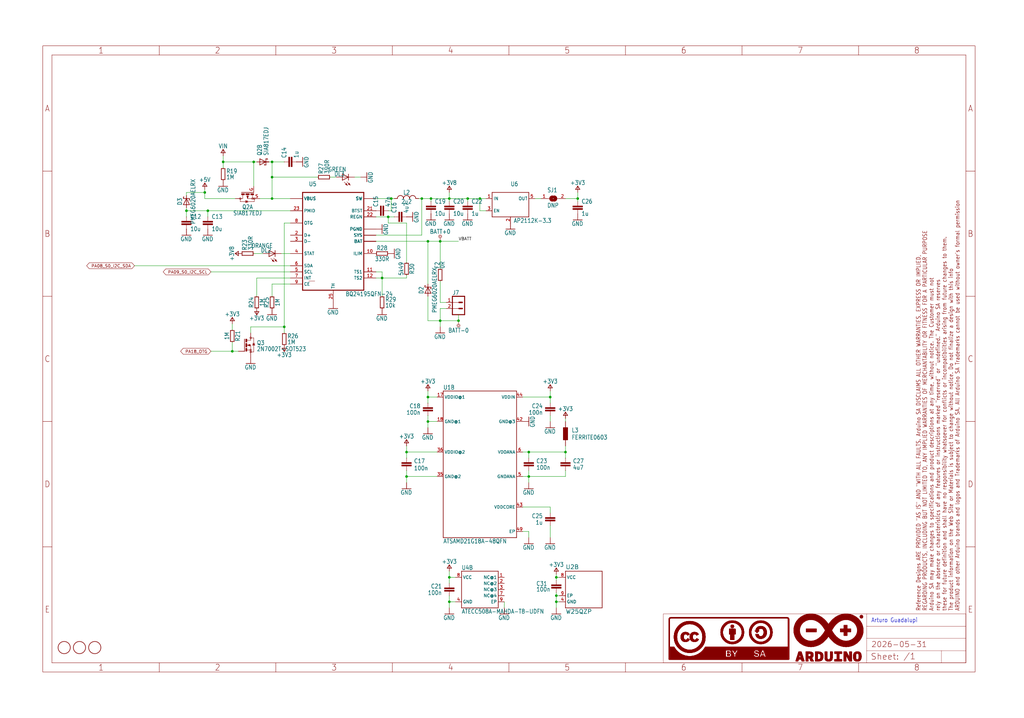
<source format=kicad_sch>
(kicad_sch (version 20231120) (generator "eeschema") (generator_version "8.0")
  (paper "User" 425.45 298.602)
  (lib_symbols
    (symbol "arduino_mkr_wan_1310_kicad-eagle-import:+3V3" (power)
      (symbol "+3V3_1_0"
        (pin power_in line (at 0 -2.54 90) (length 2.54) (name "+3V3") (number "1"))
      )
    )
    (symbol "arduino_mkr_wan_1310_kicad-eagle-import:+3V8" (power)
      (symbol "+3V8_1_0"
        (pin power_in line (at 0 -2.54 90) (length 2.54) (name "+3V8") (number "1"))
      )
    )
    (symbol "arduino_mkr_wan_1310_kicad-eagle-import:+5V" (power)
      (symbol "+5V_1_0"
        (pin power_in line (at 0 -2.54 90) (length 2.54) (name "+5V") (number "1"))
      )
    )
    (symbol "arduino_mkr_wan_1310_kicad-eagle-import:2N7002T-SOT523"
      (property "Reference" "Q" (at 2.54 0 0))
      (symbol "2N7002T-SOT523_1_0"
        (pin passive line (at 0 5.08 270) (length 2.54) (name "D") (number "D"))
        (pin passive line (at -5.08 -2.54 0) (length 2.54) (name "G") (number "G"))
        (pin passive line (at 0 -5.08 90) (length 2.54) (name "S") (number "S"))
      )
    )
    (symbol "arduino_mkr_wan_1310_kicad-eagle-import:A3-FRAME"
      (symbol "A3-FRAME_1_0"
        (text "${#}/${##}" (at 357.505 5.08 0) (effects (font (size 2.54 2.54)) (justify left bottom)))
        (text "${CURRENT_DATE}" (at 344.17 10.16 0) (effects (font (size 2.286 2.286)) (justify left bottom)))
        (text "${PROJECTNAME}" (at 344.17 15.24 0) (effects (font (size 2.54 2.54)) (justify left bottom)))
        (text "1" (at 24.2094 1.905 0) (effects (font (size 2.54 2.286))))
        (text "1" (at 24.2094 258.445 0) (effects (font (size 2.54 2.286))))
        (text "2" (at 72.6281 1.905 0) (effects (font (size 2.54 2.286))))
        (text "2" (at 72.6281 258.445 0) (effects (font (size 2.54 2.286))))
        (text "3" (at 121.0469 1.905 0) (effects (font (size 2.54 2.286))))
        (text "3" (at 121.0469 258.445 0) (effects (font (size 2.54 2.286))))
        (text "4" (at 169.4656 1.905 0) (effects (font (size 2.54 2.286))))
        (text "4" (at 169.4656 258.445 0) (effects (font (size 2.54 2.286))))
        (text "5" (at 217.8844 1.905 0) (effects (font (size 2.54 2.286))))
        (text "5" (at 217.8844 258.445 0) (effects (font (size 2.54 2.286))))
        (text "6" (at 266.3031 1.905 0) (effects (font (size 2.54 2.286))))
        (text "6" (at 266.3031 258.445 0) (effects (font (size 2.54 2.286))))
        (text "7" (at 314.7219 1.905 0) (effects (font (size 2.54 2.286))))
        (text "7" (at 314.7219 258.445 0) (effects (font (size 2.54 2.286))))
        (text "8" (at 363.1406 1.905 0) (effects (font (size 2.54 2.286))))
        (text "8" (at 363.1406 258.445 0) (effects (font (size 2.54 2.286))))
        (text "A" (at 1.905 234.315 0) (effects (font (size 2.54 2.286))))
        (text "A" (at 385.445 234.315 0) (effects (font (size 2.54 2.286))))
        (text "B" (at 1.905 182.245 0) (effects (font (size 2.54 2.286))))
        (text "B" (at 385.445 182.245 0) (effects (font (size 2.54 2.286))))
        (text "C" (at 1.905 130.175 0) (effects (font (size 2.54 2.286))))
        (text "C" (at 385.445 130.175 0) (effects (font (size 2.54 2.286))))
        (text "D" (at 1.905 78.105 0) (effects (font (size 2.54 2.286))))
        (text "D" (at 385.445 78.105 0) (effects (font (size 2.54 2.286))))
        (text "E" (at 1.905 26.035 0) (effects (font (size 2.54 2.286))))
        (text "E" (at 385.445 26.035 0) (effects (font (size 2.54 2.286))))
        (text "Reference Designs ARE PROVIDED \"AS IS\" AND \"WITH ALL FAULTS. Arduino SA DISCLAIMS ALL OTHER WARRANTIES, EXPRESS OR IMPLIED,\nREGARDING PRODUCTS, INCLUDING BUT NOT LIMITED TO, ANY IMPLIED WARRANTIES OF MERCHANTABILITY OR FITNESS FOR A PARTICULAR PURPOSE\nArduino SA may make changes to specifications and product descriptions at any time, without notice. The Customer must not\nrely on the absence or characteristics of any features or instructions marked \"reserved\" or \"undefined.\" Arduino SA reserves\nthese for future definition and shall have no responsibility whatsoever for conflicts or incompatibilities arising from future changes to them.\nThe product information on the Web Site or Materials is subject to change without notice. Do not finalize a design with this info\nARDUINO and other Arduino brands and logos and Trademarks of Arduino SA. All Arduino SA Trademarks cannot be used without owner's formal permission" (at 381 25.4 900) (effects (font (size 1.6764 1.4249)) (justify left bottom)))
        (text "Sheet:" (at 343.916 4.953 0) (effects (font (size 2.54 2.54)) (justify left bottom)))
      )
    )
    (symbol "arduino_mkr_wan_1310_kicad-eagle-import:AP2112K-3.3"
      (property "Reference" "U" (at 0 7.62 0))
      (symbol "AP2112K-3.3_1_0"
        (pin power_in line (at -10.16 2.54 0) (length 2.54) (name "IN") (number "1"))
        (pin power_in line (at 0 -7.62 90) (length 2.54) (name "GND/ADJ") (number "2"))
        (pin input line (at -10.16 -2.54 0) (length 2.54) (name "EN") (number "3"))
        (pin power_in line (at 10.16 2.54 180) (length 2.54) (name "OUT") (number "5"))
      )
    )
    (symbol "arduino_mkr_wan_1310_kicad-eagle-import:ATECC508A-MAHDA-T8-UDFN"
      (property "Reference" "U" (at -7.62 8.128 0))
      (symbol "ATECC508A-MAHDA-T8-UDFN_1_0"
        (pin bidirectional line (at -10.16 0 0) (length 2.54) (name "SDA") (number "5"))
        (pin input line (at -10.16 2.54 0) (length 2.54) (name "SCL") (number "6"))
      )
      (symbol "ATECC508A-MAHDA-T8-UDFN_2_0"
        (pin bidirectional line (at 10.16 5.08 180) (length 2.54) (name "NC@1") (number "1"))
        (pin bidirectional line (at 10.16 2.54 180) (length 2.54) (name "NC@2") (number "2"))
        (pin bidirectional line (at 10.16 0 180) (length 2.54) (name "NC@3") (number "3"))
        (pin power_in line (at -10.16 -5.08 0) (length 2.54) (name "GND") (number "4"))
        (pin bidirectional line (at 10.16 -2.54 180) (length 2.54) (name "NC@4") (number "7"))
        (pin power_in line (at -10.16 5.08 0) (length 2.54) (name "VCC") (number "8"))
        (pin passive line (at 10.16 -5.08 180) (length 2.54) (name "EP") (number "9"))
      )
    )
    (symbol "arduino_mkr_wan_1310_kicad-eagle-import:ATSAMD21G18A-48QFN"
      (property "Reference" "U" (at -15.24 30.988 0))
      (symbol "ATSAMD21G18A-48QFN_1_0"
        (pin bidirectional line (at -25.4 17.78 0) (length 2.54) (name "PA00/XIN32") (number "1"))
        (pin bidirectional line (at 25.4 -30.48 180) (length 2.54) (name "PA05") (number "10"))
        (pin bidirectional line (at 25.4 -33.02 180) (length 2.54) (name "PA06") (number "11"))
        (pin bidirectional line (at 25.4 -35.56 180) (length 2.54) (name "PA07") (number "12"))
        (pin bidirectional line (at 25.4 -38.1 180) (length 2.54) (name "PA08") (number "13"))
        (pin bidirectional line (at 25.4 -40.64 180) (length 2.54) (name "PA09") (number "14"))
        (pin bidirectional line (at 25.4 -43.18 180) (length 2.54) (name "PA10") (number "15"))
        (pin bidirectional line (at 25.4 -45.72 180) (length 2.54) (name "PA11") (number "16"))
        (pin bidirectional line (at 25.4 -71.12 180) (length 2.54) (name "PB10") (number "19"))
        (pin bidirectional line (at -25.4 7.62 0) (length 2.54) (name "PA01/XOUT32") (number "2"))
        (pin bidirectional line (at 25.4 -73.66 180) (length 2.54) (name "PB11") (number "20"))
        (pin bidirectional line (at 25.4 76.2 180) (length 2.54) (name "PA12") (number "21"))
        (pin bidirectional line (at 25.4 81.28 180) (length 2.54) (name "PA13") (number "22"))
        (pin bidirectional line (at 25.4 73.66 180) (length 2.54) (name "PA14") (number "23"))
        (pin bidirectional line (at 25.4 78.74 180) (length 2.54) (name "PA15") (number "24"))
        (pin bidirectional line (at 25.4 -48.26 180) (length 2.54) (name "PA16") (number "25"))
        (pin bidirectional line (at 25.4 -50.8 180) (length 2.54) (name "PA17") (number "26"))
        (pin bidirectional line (at -25.4 76.2 0) (length 2.54) (name "PA18") (number "27"))
        (pin bidirectional line (at 25.4 -53.34 180) (length 2.54) (name "PA19") (number "28"))
        (pin bidirectional line (at 25.4 -55.88 180) (length 2.54) (name "PA20") (number "29"))
        (pin bidirectional line (at 25.4 -25.4 180) (length 2.54) (name "PA02") (number "3"))
        (pin bidirectional line (at 25.4 -58.42 180) (length 2.54) (name "PA21") (number "30"))
        (pin bidirectional line (at 25.4 -60.96 180) (length 2.54) (name "PA22") (number "31"))
        (pin bidirectional line (at 25.4 -63.5 180) (length 2.54) (name "PA23") (number "32"))
        (pin bidirectional line (at -25.4 81.28 0) (length 2.54) (name "PA24/USB_DM") (number "33"))
        (pin bidirectional line (at -25.4 78.74 0) (length 2.54) (name "PA25/USB_DP") (number "34"))
        (pin bidirectional line (at 25.4 -76.2 180) (length 2.54) (name "PB22") (number "37"))
        (pin bidirectional line (at 25.4 -78.74 180) (length 2.54) (name "PB23") (number "38"))
        (pin bidirectional line (at 25.4 68.58 180) (length 2.54) (name "PA27") (number "39"))
        (pin bidirectional line (at 25.4 -81.28 180) (length 2.54) (name "PA03") (number "4"))
        (pin bidirectional line (at -25.4 -58.42 0) (length 2.54) (name "RESETN") (number "40"))
        (pin bidirectional line (at 25.4 66.04 180) (length 2.54) (name "PA28") (number "41"))
        (pin bidirectional line (at -25.4 -50.8 0) (length 2.54) (name "PA30/SWCLK") (number "45"))
        (pin bidirectional line (at -25.4 -48.26 0) (length 2.54) (name "PA31/SWDIO") (number "46"))
        (pin bidirectional line (at 25.4 -66.04 180) (length 2.54) (name "PB02") (number "47"))
        (pin bidirectional line (at 25.4 -68.58 180) (length 2.54) (name "PB03") (number "48"))
        (pin bidirectional line (at 25.4 17.78 180) (length 2.54) (name "PB08") (number "7"))
        (pin bidirectional line (at 25.4 63.5 180) (length 2.54) (name "PB09") (number "8"))
        (pin bidirectional line (at 25.4 -27.94 180) (length 2.54) (name "PA04") (number "9"))
      )
      (symbol "ATSAMD21G18A-48QFN_2_0"
        (pin power_in line (at -17.78 27.94 0) (length 2.54) (name "VDDIO@1") (number "17"))
        (pin power_in line (at -17.78 17.78 0) (length 2.54) (name "GND@1") (number "18"))
        (pin power_in line (at -17.78 -5.08 0) (length 2.54) (name "GND@2") (number "35"))
        (pin power_in line (at -17.78 5.08 0) (length 2.54) (name "VDDIO@2") (number "36"))
        (pin power_in line (at 17.78 17.78 180) (length 2.54) (name "GND@3") (number "42"))
        (pin power_in line (at 17.78 -17.78 180) (length 2.54) (name "VDDCORE") (number "43"))
        (pin power_in line (at 17.78 27.94 180) (length 2.54) (name "VDDIN") (number "44"))
        (pin passive line (at 17.78 -27.94 180) (length 2.54) (name "EP") (number "49"))
        (pin power_in line (at 17.78 -5.08 180) (length 2.54) (name "GNDANA") (number "5"))
        (pin power_in line (at 17.78 5.08 180) (length 2.54) (name "VDDANA") (number "6"))
      )
    )
    (symbol "arduino_mkr_wan_1310_kicad-eagle-import:Arduino-supply_GND" (power)
      (symbol "Arduino-supply_GND_1_0"
        (pin power_in line (at 0 2.54 270) (length 2.54) (name "GND") (number "1"))
      )
    )
    (symbol "arduino_mkr_wan_1310_kicad-eagle-import:BATTERY"
      (property "Reference" "J" (at -2.54 3.048 0))
      (symbol "BATTERY_1_0"
        (pin passive line (at -5.08 0 0) (length 2.54) (name "1") (number "1"))
        (pin passive line (at -5.08 -2.54 0) (length 2.54) (name "2") (number "2"))
        (pin passive line (at 0 -5.08 0) (length 0) (name "SH") (number "3"))
        (pin passive line (at 0 -5.08 0) (length 0) (name "SH") (number "4"))
      )
    )
    (symbol "arduino_mkr_wan_1310_kicad-eagle-import:BQ24195QFN-24"
      (property "Reference" "U" (at -10.16 22.86 0))
      (symbol "BQ24195QFN-24_1_0"
        (pin bidirectional line (at -17.78 17.78 0) (length 5.08) (name "VBUS") (number "1"))
        (pin bidirectional line (at 17.78 -5.08 180) (length 5.08) (name "ILIM") (number "10"))
        (pin bidirectional line (at 17.78 -12.7 180) (length 5.08) (name "TS1") (number "11"))
        (pin bidirectional line (at 17.78 -15.24 180) (length 5.08) (name "TS2") (number "12"))
        (pin bidirectional line (at 17.78 0 180) (length 5.08) (name "BAT") (number "13"))
        (pin bidirectional line (at 17.78 0 180) (length 5.08) (name "BAT") (number "14"))
        (pin bidirectional line (at 17.78 2.54 180) (length 5.08) (name "SYS") (number "15"))
        (pin bidirectional line (at 17.78 2.54 180) (length 5.08) (name "SYS") (number "16"))
        (pin bidirectional line (at 17.78 5.08 180) (length 5.08) (name "PGND") (number "17"))
        (pin bidirectional line (at 17.78 5.08 180) (length 5.08) (name "PGND") (number "18"))
        (pin bidirectional line (at 17.78 17.78 180) (length 5.08) (name "SW") (number "19"))
        (pin bidirectional line (at -17.78 2.54 0) (length 5.08) (name "D+") (number "2"))
        (pin bidirectional line (at 17.78 17.78 180) (length 5.08) (name "SW") (number "20"))
        (pin bidirectional line (at 17.78 12.7 180) (length 5.08) (name "BTST") (number "21"))
        (pin bidirectional line (at 17.78 10.16 180) (length 5.08) (name "REGN") (number "22"))
        (pin bidirectional line (at -17.78 12.7 0) (length 5.08) (name "PMID") (number "23"))
        (pin bidirectional line (at -17.78 17.78 0) (length 5.08) (name "VBUS") (number "24"))
        (pin bidirectional line (at 0 -25.4 90) (length 5.08) (name "TH") (number "25"))
        (pin bidirectional line (at -17.78 0 0) (length 5.08) (name "D-") (number "3"))
        (pin bidirectional line (at -17.78 -5.08 0) (length 5.08) (name "STAT") (number "4"))
        (pin bidirectional line (at -17.78 -12.7 0) (length 5.08) (name "SCL") (number "5"))
        (pin bidirectional line (at -17.78 -10.16 0) (length 5.08) (name "SDA") (number "6"))
        (pin bidirectional line (at -17.78 -15.24 0) (length 5.08) (name "INT") (number "7"))
        (pin bidirectional line (at -17.78 7.62 0) (length 5.08) (name "OTG") (number "8"))
        (pin bidirectional line (at -17.78 -17.78 0) (length 5.08) (name "CE") (number "9"))
      )
    )
    (symbol "arduino_mkr_wan_1310_kicad-eagle-import:C-0402"
      (property "Reference" "C" (at 1.524 1.651 0))
      (symbol "C-0402_1_0"
        (pin passive line (at 0 2.54 270) (length 0) (name "1") (number "1"))
        (pin passive line (at 0 -2.54 90) (length 0) (name "2") (number "2"))
      )
    )
    (symbol "arduino_mkr_wan_1310_kicad-eagle-import:C-0603"
      (property "Reference" "C" (at 1.524 1.651 0))
      (symbol "C-0603_1_0"
        (pin passive line (at 0 2.54 270) (length 0) (name "1") (number "1"))
        (pin passive line (at 0 -2.54 90) (length 0) (name "2") (number "2"))
      )
    )
    (symbol "arduino_mkr_wan_1310_kicad-eagle-import:FERRITE0603"
      (property "Reference" "L" (at 0 1.27 0))
      (symbol "FERRITE0603_1_0"
        (pin passive line (at -5.08 0 0) (length 2.54) (name "1") (number "1"))
        (pin passive line (at 5.08 0 180) (length 2.54) (name "2") (number "2"))
      )
    )
    (symbol "arduino_mkr_wan_1310_kicad-eagle-import:FIDUCIAL-1.5MM")
    (symbol "arduino_mkr_wan_1310_kicad-eagle-import:GND" (power)
      (symbol "GND_1_0"
        (pin power_in line (at 0 2.54 270) (length 2.54) (name "GND") (number "1"))
      )
    )
    (symbol "arduino_mkr_wan_1310_kicad-eagle-import:LED-0603"
      (property "Reference" "DL" (at 3.556 -4.572 90))
      (symbol "LED-0603_1_0"
        (pin passive line (at 0 2.54 270) (length 2.54) (name "A") (number "A"))
        (pin passive line (at 0 -5.08 90) (length 2.54) (name "C") (number "C"))
      )
    )
    (symbol "arduino_mkr_wan_1310_kicad-eagle-import:LSRP"
      (property "Reference" "L" (at 0 2.54 0))
      (symbol "LSRP_1_0"
        (pin passive line (at -5.08 0 0) (length 0) (name "1") (number "1"))
        (pin passive line (at 5.08 0 180) (length 0) (name "2") (number "2"))
      )
    )
    (symbol "arduino_mkr_wan_1310_kicad-eagle-import:PMEG6020AELRX"
      (property "Reference" "D" (at 0 1.778 0))
      (symbol "PMEG6020AELRX_1_0"
        (pin passive line (at -2.54 0 0) (length 2.54) (name "A") (number "A"))
        (pin passive line (at 2.54 0 180) (length 2.54) (name "C") (number "C"))
      )
    )
    (symbol "arduino_mkr_wan_1310_kicad-eagle-import:R-0402"
      (property "Reference" "R" (at 0 1.27 0))
      (symbol "R-0402_1_0"
        (pin passive line (at -2.54 0 0) (length 0) (name "1") (number "1"))
        (pin passive line (at 2.54 0 180) (length 0) (name "2") (number "2"))
      )
    )
    (symbol "arduino_mkr_wan_1310_kicad-eagle-import:R-0603"
      (property "Reference" "R" (at 0 1.27 0))
      (symbol "R-0603_1_0"
        (pin passive line (at -2.54 0 0) (length 0) (name "1") (number "1"))
        (pin passive line (at 2.54 0 180) (length 0) (name "2") (number "2"))
      )
    )
    (symbol "arduino_mkr_wan_1310_kicad-eagle-import:SIA817EDJ"
      (property "Reference" "Q" (at 0 1.778 0))
      (symbol "SIA817EDJ_1_0"
        (pin passive line (at 0 -5.08 90) (length 2.54) (name "D") (number "D"))
        (pin passive line (at 0 -5.08 90) (length 2.54) (name "D") (number "D2"))
        (pin passive line (at -5.08 2.54 0) (length 2.54) (name "G") (number "G"))
        (pin passive line (at 0 5.08 270) (length 2.54) (name "S") (number "S"))
      )
      (symbol "SIA817EDJ_2_0"
        (pin passive line (at -2.54 0 0) (length 2.54) (name "A") (number "A"))
        (pin passive line (at 2.54 0 180) (length 2.54) (name "C") (number "K"))
        (pin passive line (at 2.54 0 180) (length 2.54) (name "C") (number "K2"))
      )
    )
    (symbol "arduino_mkr_wan_1310_kicad-eagle-import:SJ"
      (property "Reference" "SJ" (at -2.54 2.54 0))
      (symbol "SJ_1_0"
        (pin passive line (at -5.08 0 0) (length 2.54) (name "1") (number "1"))
        (pin passive line (at 5.08 0 180) (length 2.54) (name "2") (number "2"))
      )
    )
    (symbol "arduino_mkr_wan_1310_kicad-eagle-import:TPTP-1.00MM"
      (property "Reference" "TP" (at 0 0.508 0))
      (symbol "TPTP-1.00MM_1_0"
        (pin passive line (at 0 -2.54 90) (length 0) (name "P$1") (number "X"))
      )
    )
    (symbol "arduino_mkr_wan_1310_kicad-eagle-import:VIN" (power)
      (symbol "VIN_1_0"
        (pin power_in line (at 0 -2.54 90) (length 2.54) (name "VIN") (number "1"))
      )
    )
    (symbol "arduino_mkr_wan_1310_kicad-eagle-import:W25QZP"
      (property "Reference" "U" (at -7.62 8.3566 0))
      (symbol "W25QZP_1_0"
        (pin input line (at -12.7 5.08 0) (length 2.54) (name "/CS") (number "1"))
        (pin tri_state line (at -12.7 -2.54 0) (length 2.54) (name "DO") (number "2"))
        (pin input line (at -12.7 -5.08 0) (length 2.54) (name "/WP") (number "3"))
        (pin input line (at -12.7 0 0) (length 2.54) (name "DI") (number "5"))
        (pin input line (at -12.7 2.54 0) (length 2.54) (name "CLK") (number "6"))
        (pin input line (at 12.7 5.08 180) (length 2.54) (name "/HOLD") (number "7"))
      )
      (symbol "W25QZP_2_0"
        (pin power_in line (at -10.16 -5.08 0) (length 2.54) (name "GND") (number "4"))
        (pin power_in line (at -10.16 5.08 0) (length 2.54) (name "VCC") (number "8"))
        (pin passive line (at -10.16 -2.54 0) (length 2.54) (name "EP") (number "9"))
      )
    )
  )
  (junction (at 85.09 80.01))
  (junction (at 190.5 133.35))
  (junction (at 105.41 67.31))
  (junction (at 231.14 240.03))
  (junction (at 118.11 135.89))
  (junction (at 240.03 82.55))
  (junction (at 179.07 82.55))
  (junction (at 113.03 73.66))
  (junction (at 231.14 247.65))
  (junction (at 168.91 198.12))
  (junction (at 194.31 82.55))
  (junction (at 96.52 146.05))
  (junction (at 113.03 67.31))
  (junction (at 182.88 100.33))
  (junction (at 177.8 165.1))
  (junction (at 77.47 87.63))
  (junction (at 234.95 187.96))
  (junction (at 219.71 198.12))
  (junction (at 175.26 82.55))
  (junction (at 228.6 165.1))
  (junction (at 186.69 240.03))
  (junction (at 92.71 67.31))
  (junction (at 161.29 90.17))
  (junction (at 86.36 87.63))
  (junction (at 168.91 187.96))
  (junction (at 186.69 82.55))
  (junction (at 113.03 82.55))
  (junction (at 177.8 175.26))
  (junction (at 182.88 133.35))
  (junction (at 231.14 250.19))
  (junction (at 177.8 100.33))
  (junction (at 162.56 82.55))
  (junction (at 158.75 115.57))
  (junction (at 199.39 82.55))
  (junction (at 219.71 187.96))
  (junction (at 186.69 250.19))
  (wire (pts (xy 181.61 175.26) (xy 177.8 175.26)) (stroke (width 0.1524)))
  (wire (pts (xy 168.91 115.57) (xy 168.91 114.3)) (stroke (width 0.1524)))
  (wire (pts (xy 161.29 92.71) (xy 168.91 92.71)) (stroke (width 0.1524)))
  (wire (pts (xy 106.68 115.57) (xy 106.68 123.19)) (stroke (width 0.1524)))
  (wire (pts (xy 177.8 123.19) (xy 177.8 133.35)) (stroke (width 0.1524)))
  (wire (pts (xy 185.42 125.73) (xy 182.88 125.73)) (stroke (width 0.1524)))
  (wire (pts (xy 217.17 198.12) (xy 219.71 198.12)) (stroke (width 0.1524)))
  (wire (pts (xy 231.14 240.03) (xy 231.14 241.3)) (stroke (width 0.1524)))
  (wire (pts (xy 181.61 187.96) (xy 168.91 187.96)) (stroke (width 0.1524)))
  (wire (pts (xy 85.09 80.01) (xy 77.47 80.01)) (stroke (width 0.1524)))
  (wire (pts (xy 156.21 113.03) (xy 158.75 113.03)) (stroke (width 0.1524)))
  (wire (pts (xy 175.26 82.55) (xy 179.07 82.55)) (stroke (width 0.1524)))
  (wire (pts (xy 228.6 223.52) (xy 228.6 218.44)) (stroke (width 0.1524)))
  (wire (pts (xy 186.69 242.57) (xy 186.69 240.03)) (stroke (width 0.1524)))
  (wire (pts (xy 92.71 69.85) (xy 92.71 67.31)) (stroke (width 0.1524)))
  (wire (pts (xy 234.95 185.42) (xy 234.95 187.96)) (stroke (width 0.1524)))
  (wire (pts (xy 163.83 90.17) (xy 161.29 90.17)) (stroke (width 0.1524)))
  (wire (pts (xy 234.95 198.12) (xy 234.95 195.58)) (stroke (width 0.1524)))
  (wire (pts (xy 177.8 100.33) (xy 182.88 100.33)) (stroke (width 0.1524)))
  (wire (pts (xy 77.47 87.63) (xy 77.47 86.36)) (stroke (width 0.1524)))
  (wire (pts (xy 177.8 175.26) (xy 177.8 172.72)) (stroke (width 0.1524)))
  (wire (pts (xy 113.03 73.66) (xy 113.03 82.55)) (stroke (width 0.1524)))
  (wire (pts (xy 228.6 162.56) (xy 228.6 165.1)) (stroke (width 0.1524)))
  (wire (pts (xy 240.03 82.55) (xy 240.03 83.82)) (stroke (width 0.1524)))
  (wire (pts (xy 105.41 105.41) (xy 109.22 105.41)) (stroke (width 0.1524)))
  (wire (pts (xy 111.76 67.31) (xy 113.03 67.31)) (stroke (width 0.1524)))
  (wire (pts (xy 118.11 135.89) (xy 118.11 138.43)) (stroke (width 0.1524)))
  (wire (pts (xy 120.65 87.63) (xy 86.36 87.63)) (stroke (width 0.1524)))
  (wire (pts (xy 219.71 187.96) (xy 217.17 187.96)) (stroke (width 0.1524)))
  (wire (pts (xy 92.71 64.77) (xy 92.71 67.31)) (stroke (width 0.1524)))
  (wire (pts (xy 86.36 90.17) (xy 86.36 87.63)) (stroke (width 0.1524)))
  (wire (pts (xy 158.75 123.19) (xy 158.75 115.57)) (stroke (width 0.1524)))
  (wire (pts (xy 77.47 87.63) (xy 77.47 90.17)) (stroke (width 0.1524)))
  (wire (pts (xy 158.75 115.57) (xy 168.91 115.57)) (stroke (width 0.1524)))
  (wire (pts (xy 113.03 67.31) (xy 118.11 67.31)) (stroke (width 0.1524)))
  (wire (pts (xy 186.69 240.03) (xy 189.23 240.03)) (stroke (width 0.1524)))
  (wire (pts (xy 85.09 82.55) (xy 97.79 82.55)) (stroke (width 0.1524)))
  (wire (pts (xy 228.6 165.1) (xy 228.6 167.64)) (stroke (width 0.1524)))
  (wire (pts (xy 219.71 198.12) (xy 234.95 198.12)) (stroke (width 0.1524)))
  (wire (pts (xy 99.06 146.05) (xy 96.52 146.05)) (stroke (width 0.1524)))
  (wire (pts (xy 106.68 67.31) (xy 105.41 67.31)) (stroke (width 0.1524)))
  (wire (pts (xy 182.88 133.35) (xy 182.88 128.27)) (stroke (width 0.1524)))
  (wire (pts (xy 231.14 250.19) (xy 231.14 252.73)) (stroke (width 0.1524)))
  (wire (pts (xy 219.71 198.12) (xy 219.71 195.58)) (stroke (width 0.1524)))
  (wire (pts (xy 105.41 67.31) (xy 92.71 67.31)) (stroke (width 0.1524)))
  (wire (pts (xy 182.88 100.33) (xy 190.5 100.33)) (stroke (width 0.1524)))
  (wire (pts (xy 161.29 90.17) (xy 156.21 90.17)) (stroke (width 0.1524)))
  (wire (pts (xy 158.75 113.03) (xy 158.75 115.57)) (stroke (width 0.1524)))
  (wire (pts (xy 231.14 238.76) (xy 231.14 240.03)) (stroke (width 0.1524)))
  (wire (pts (xy 231.14 246.38) (xy 231.14 247.65)) (stroke (width 0.1524)))
  (wire (pts (xy 217.17 220.98) (xy 219.71 220.98)) (stroke (width 0.1524)))
  (wire (pts (xy 222.25 82.55) (xy 224.79 82.55)) (stroke (width 0.1524)))
  (wire (pts (xy 120.65 113.03) (xy 87.63 113.03)) (stroke (width 0.1524)))
  (wire (pts (xy 120.65 118.11) (xy 113.03 118.11)) (stroke (width 0.1524)))
  (wire (pts (xy 118.11 92.71) (xy 118.11 135.89)) (stroke (width 0.1524)))
  (wire (pts (xy 219.71 187.96) (xy 234.95 187.96)) (stroke (width 0.1524)))
  (wire (pts (xy 116.84 105.41) (xy 120.65 105.41)) (stroke (width 0.1524)))
  (wire (pts (xy 162.56 87.63) (xy 162.56 82.55)) (stroke (width 0.1524)))
  (wire (pts (xy 186.69 82.55) (xy 194.31 82.55)) (stroke (width 0.1524)))
  (wire (pts (xy 156.21 100.33) (xy 177.8 100.33)) (stroke (width 0.1524)))
  (wire (pts (xy 234.95 173.99) (xy 234.95 175.26)) (stroke (width 0.1524)))
  (wire (pts (xy 177.8 162.56) (xy 177.8 165.1)) (stroke (width 0.1524)))
  (wire (pts (xy 175.26 82.55) (xy 173.99 82.55)) (stroke (width 0.1524)))
  (wire (pts (xy 120.65 110.49) (xy 55.88 110.49)) (stroke (width 0.1524)))
  (wire (pts (xy 177.8 118.11) (xy 177.8 100.33)) (stroke (width 0.1524)))
  (wire (pts (xy 147.32 73.66) (xy 149.86 73.66)) (stroke (width 0.1524)))
  (wire (pts (xy 209.55 252.73) (xy 209.55 250.19)) (stroke (width 0.1524)))
  (wire (pts (xy 186.69 80.01) (xy 186.69 82.55)) (stroke (width 0.1524)))
  (wire (pts (xy 105.41 77.47) (xy 105.41 67.31)) (stroke (width 0.1524)))
  (wire (pts (xy 228.6 175.26) (xy 228.6 172.72)) (stroke (width 0.1524)))
  (wire (pts (xy 96.52 137.16) (xy 96.52 134.62)) (stroke (width 0.1524)))
  (wire (pts (xy 161.29 87.63) (xy 162.56 87.63)) (stroke (width 0.1524)))
  (wire (pts (xy 120.65 115.57) (xy 106.68 115.57)) (stroke (width 0.1524)))
  (wire (pts (xy 177.8 177.8) (xy 177.8 175.26)) (stroke (width 0.1524)))
  (wire (pts (xy 182.88 135.89) (xy 182.88 133.35)) (stroke (width 0.1524)))
  (wire (pts (xy 137.16 73.66) (xy 139.7 73.66)) (stroke (width 0.1524)))
  (wire (pts (xy 181.61 198.12) (xy 168.91 198.12)) (stroke (width 0.1524)))
  (wire (pts (xy 182.88 100.33) (xy 182.88 111.76)) (stroke (width 0.1524)))
  (wire (pts (xy 217.17 165.1) (xy 228.6 165.1)) (stroke (width 0.1524)))
  (wire (pts (xy 96.52 146.05) (xy 96.52 142.24)) (stroke (width 0.1524)))
  (wire (pts (xy 161.29 90.17) (xy 161.29 92.71)) (stroke (width 0.1524)))
  (wire (pts (xy 194.31 82.55) (xy 199.39 82.55)) (stroke (width 0.1524)))
  (wire (pts (xy 120.65 92.71) (xy 118.11 92.71)) (stroke (width 0.1524)))
  (wire (pts (xy 113.03 82.55) (xy 120.65 82.55)) (stroke (width 0.1524)))
  (wire (pts (xy 113.03 67.31) (xy 113.03 73.66)) (stroke (width 0.1524)))
  (wire (pts (xy 107.95 82.55) (xy 113.03 82.55)) (stroke (width 0.1524)))
  (wire (pts (xy 156.21 97.79) (xy 175.26 97.79)) (stroke (width 0.1524)))
  (wire (pts (xy 162.56 82.55) (xy 156.21 82.55)) (stroke (width 0.1524)))
  (wire (pts (xy 186.69 82.55) (xy 186.69 83.82)) (stroke (width 0.1524)))
  (wire (pts (xy 85.09 80.01) (xy 85.09 82.55)) (stroke (width 0.1524)))
  (wire (pts (xy 186.69 250.19) (xy 186.69 252.73)) (stroke (width 0.1524)))
  (wire (pts (xy 234.95 187.96) (xy 234.95 190.5)) (stroke (width 0.1524)))
  (wire (pts (xy 234.95 82.55) (xy 240.03 82.55)) (stroke (width 0.1524)))
  (wire (pts (xy 104.14 135.89) (xy 104.14 138.43)) (stroke (width 0.1524)))
  (wire (pts (xy 113.03 73.66) (xy 132.08 73.66)) (stroke (width 0.1524)))
  (wire (pts (xy 182.88 125.73) (xy 182.88 116.84)) (stroke (width 0.1524)))
  (wire (pts (xy 217.17 210.82) (xy 228.6 210.82)) (stroke (width 0.1524)))
  (wire (pts (xy 118.11 135.89) (xy 104.14 135.89)) (stroke (width 0.1524)))
  (wire (pts (xy 113.03 118.11) (xy 113.03 123.19)) (stroke (width 0.1524)))
  (wire (pts (xy 179.07 83.82) (xy 179.07 82.55)) (stroke (width 0.1524)))
  (wire (pts (xy 219.71 220.98) (xy 219.71 223.52)) (stroke (width 0.1524)))
  (wire (pts (xy 175.26 97.79) (xy 175.26 82.55)) (stroke (width 0.1524)))
  (wire (pts (xy 186.69 250.19) (xy 186.69 247.65)) (stroke (width 0.1524)))
  (wire (pts (xy 219.71 198.12) (xy 219.71 200.66)) (stroke (width 0.1524)))
  (wire (pts (xy 177.8 133.35) (xy 182.88 133.35)) (stroke (width 0.1524)))
  (wire (pts (xy 199.39 82.55) (xy 201.93 82.55)) (stroke (width 0.1524)))
  (wire (pts (xy 186.69 237.49) (xy 186.69 240.03)) (stroke (width 0.1524)))
  (wire (pts (xy 177.8 165.1) (xy 181.61 165.1)) (stroke (width 0.1524)))
  (wire (pts (xy 168.91 92.71) (xy 168.91 109.22)) (stroke (width 0.1524)))
  (wire (pts (xy 219.71 190.5) (xy 219.71 187.96)) (stroke (width 0.1524)))
  (wire (pts (xy 168.91 187.96) (xy 168.91 190.5)) (stroke (width 0.1524)))
  (wire (pts (xy 163.83 82.55) (xy 162.56 82.55)) (stroke (width 0.1524)))
  (wire (pts (xy 240.03 82.55) (xy 240.03 80.01)) (stroke (width 0.1524)))
  (wire (pts (xy 179.07 82.55) (xy 186.69 82.55)) (stroke (width 0.1524)))
  (wire (pts (xy 168.91 187.96) (xy 168.91 185.42)) (stroke (width 0.1524)))
  (wire (pts (xy 194.31 82.55) (xy 194.31 83.82)) (stroke (width 0.1524)))
  (wire (pts (xy 168.91 200.66) (xy 168.91 198.12)) (stroke (width 0.1524)))
  (wire (pts (xy 86.36 87.63) (xy 77.47 87.63)) (stroke (width 0.1524)))
  (wire (pts (xy 201.93 87.63) (xy 199.39 87.63)) (stroke (width 0.1524)))
  (wire (pts (xy 228.6 210.82) (xy 228.6 213.36)) (stroke (width 0.1524)))
  (wire (pts (xy 189.23 250.19) (xy 186.69 250.19)) (stroke (width 0.1524)))
  (wire (pts (xy 190.5 133.35) (xy 182.88 133.35)) (stroke (width 0.1524)))
  (wire (pts (xy 96.52 146.05) (xy 87.63 146.05)) (stroke (width 0.1524)))
  (wire (pts (xy 168.91 198.12) (xy 168.91 195.58)) (stroke (width 0.1524)))
  (wire (pts (xy 77.47 80.01) (xy 77.47 81.28)) (stroke (width 0.1524)))
  (wire (pts (xy 232.41 250.19) (xy 231.14 250.19)) (stroke (width 0.1524)))
  (wire (pts (xy 158.75 115.57) (xy 156.21 115.57)) (stroke (width 0.1524)))
  (wire (pts (xy 190.5 130.81) (xy 190.5 133.35)) (stroke (width 0.1524)))
  (wire (pts (xy 182.88 128.27) (xy 185.42 128.27)) (stroke (width 0.1524)))
  (wire (pts (xy 232.41 247.65) (xy 231.14 247.65)) (stroke (width 0.1524)))
  (wire (pts (xy 231.14 247.65) (xy 231.14 250.19)) (stroke (width 0.1524)))
  (wire (pts (xy 199.39 87.63) (xy 199.39 82.55)) (stroke (width 0.1524)))
  (wire (pts (xy 232.41 240.03) (xy 231.14 240.03)) (stroke (width 0.1524)))
  (wire (pts (xy 85.09 78.74) (xy 85.09 80.01)) (stroke (width 0.1524)))
  (wire (pts (xy 177.8 167.64) (xy 177.8 165.1)) (stroke (width 0.1524)))
  (text "Arturo Guadalupi" (at 361.95 259.08 0) (effects (font (size 1.778 1.5113)) (justify left bottom)))
  (label "VBATT" (at 190.5 100.33 0) (effects (font (size 1.2446 1.2446))))
  (global_label "PA08_S0_I2C_SDA" (shape bidirectional) (at 55.88 110.49 180) (effects (font (size 1.2446 1.2446))) (property "Intersheetrefs" "${INTERSHEET_REFS}" (effects (hide yes))))
  (global_label "PA09_S0_I2C_SCL" (shape bidirectional) (at 87.63 113.03 180) (effects (font (size 1.2446 1.2446))) (property "Intersheetrefs" "${INTERSHEET_REFS}" (effects (hide yes))))
  (global_label "PA18_OTG" (shape bidirectional) (at 87.63 146.05 180) (effects (font (size 1.2446 1.2446))) (property "Intersheetrefs" "${INTERSHEET_REFS}" (effects (hide yes))))
  (symbol (lib_id "arduino_mkr_wan_1310_kicad-eagle-import:LED-0603") (at 142.24 73.66 90) (unit 1)
    (property "Reference" "DL3" (at 143.256 71.374 90) (effects (font (size 1.778 1.5113)) (justify left bottom)))
    (property "Value" "GREEN" (at 143.891 71.374 90) (effects (font (size 1.778 1.5113)) (justify left top)))
    (property "Footprint" "arduino_mkr_wan_1310_kicad:LEDC1608X80N-AK" (effects (hide yes)))
  )
  (symbol (lib_id "arduino_mkr_wan_1310_kicad-eagle-import:+3V8") (at 97.79 105.41 90) (unit 1)
    (property "Reference" "#+3V16" (effects (hide yes)))
    (property "Value" "+3V8" (at 97.282 105.41 0) (effects (font (size 1.778 1.5113)) (justify bottom)))
  )
  (symbol (lib_id "arduino_mkr_wan_1310_kicad-eagle-import:GND") (at 182.88 138.43 0) (unit 1)
    (property "Reference" "#GND36" (effects (hide yes)))
    (property "Value" "GND" (at 180.34 140.97 0) (effects (font (size 1.778 1.5113)) (justify left bottom)))
  )
  (symbol (lib_id "arduino_mkr_wan_1310_kicad-eagle-import:Arduino-supply_GND") (at 186.69 255.27 0) (unit 1)
    (property "Reference" "#GND4" (effects (hide yes)))
    (property "Value" "GND" (at 184.15 257.81 0) (effects (font (size 1.778 1.5113)) (justify left bottom)))
  )
  (symbol (lib_id "arduino_mkr_wan_1310_kicad-eagle-import:C-0402") (at 186.69 245.11 0) (unit 1)
    (property "Reference" "C21" (at 183.642 244.729 0) (effects (font (size 1.778 1.5113)) (justify right bottom)))
    (property "Value" "100n" (at 183.642 245.491 0) (effects (font (size 1.778 1.5113)) (justify right top)))
    (property "Footprint" "arduino_mkr_wan_1310_kicad:0402-1005X55N" (effects (hide yes)))
  )
  (symbol (lib_id "arduino_mkr_wan_1310_kicad-eagle-import:R-0402") (at 96.52 139.7 270) (unit 1)
    (property "Reference" "R21" (at 97.79 139.7 0) (effects (font (size 1.778 1.5113)) (justify bottom)))
    (property "Value" "1M" (at 95.25 139.7 0) (effects (font (size 1.778 1.5113)) (justify top)))
    (property "Footprint" "arduino_mkr_wan_1310_kicad:0402-1005X55N" (effects (hide yes)))
  )
  (symbol (lib_id "arduino_mkr_wan_1310_kicad-eagle-import:W25QZP") (at 242.57 245.11 0) (unit 2)
    (property "Reference" "U2" (at 234.95 236.7534 0) (effects (font (size 1.778 1.778)) (justify left bottom)))
    (property "Value" "W25QZP" (at 234.95 255.27 0) (effects (font (size 1.778 1.778)) (justify left bottom)))
    (property "Footprint" "arduino_mkr_wan_1310_kicad:SON9P127_500X600X80L60X41T340X400N" (effects (hide yes)))
  )
  (symbol (lib_id "arduino_mkr_wan_1310_kicad-eagle-import:FERRITE0603") (at 234.95 180.34 270) (unit 1)
    (property "Reference" "L3" (at 237.49 179.832 90) (effects (font (size 1.778 1.5113)) (justify left bottom)))
    (property "Value" "FERRITE0603" (at 237.49 180.848 90) (effects (font (size 1.778 1.5113)) (justify left top)))
    (property "Footprint" "arduino_mkr_wan_1310_kicad:0603-1608X90N" (effects (hide yes)))
  )
  (symbol (lib_id "arduino_mkr_wan_1310_kicad-eagle-import:GND") (at 92.71 77.47 0) (unit 1)
    (property "Reference" "#GND33" (effects (hide yes)))
    (property "Value" "GND" (at 90.17 80.01 0) (effects (font (size 1.778 1.5113)) (justify left bottom)))
  )
  (symbol (lib_id "arduino_mkr_wan_1310_kicad-eagle-import:C-0402") (at 228.6 170.18 0) (unit 1)
    (property "Reference" "C24" (at 225.552 169.799 0) (effects (font (size 1.778 1.5113)) (justify right bottom)))
    (property "Value" "100n" (at 225.552 170.561 0) (effects (font (size 1.778 1.5113)) (justify right top)))
    (property "Footprint" "arduino_mkr_wan_1310_kicad:0402-1005X55N" (effects (hide yes)))
  )
  (symbol (lib_id "arduino_mkr_wan_1310_kicad-eagle-import:GND") (at 125.73 67.31 90) (unit 1)
    (property "Reference" "#GND29" (effects (hide yes)))
    (property "Value" "GND" (at 128.27 69.85 0) (effects (font (size 1.778 1.5113)) (justify left bottom)))
  )
  (symbol (lib_id "arduino_mkr_wan_1310_kicad-eagle-import:R-0402") (at 158.75 105.41 0) (unit 1)
    (property "Reference" "R28" (at 158.75 104.14 0) (effects (font (size 1.778 1.5113)) (justify bottom)))
    (property "Value" "330R" (at 158.75 106.68 0) (effects (font (size 1.778 1.5113)) (justify top)))
    (property "Footprint" "arduino_mkr_wan_1310_kicad:0402-1005X55N" (effects (hide yes)))
  )
  (symbol (lib_id "arduino_mkr_wan_1310_kicad-eagle-import:R-0402") (at 113.03 125.73 90) (unit 1)
    (property "Reference" "R25" (at 111.76 125.73 0) (effects (font (size 1.778 1.5113)) (justify bottom)))
    (property "Value" "1M" (at 114.3 125.73 0) (effects (font (size 1.778 1.5113)) (justify top)))
    (property "Footprint" "arduino_mkr_wan_1310_kicad:0402-1005X55N" (effects (hide yes)))
  )
  (symbol (lib_id "arduino_mkr_wan_1310_kicad-eagle-import:C-0603") (at 186.69 86.36 0) (unit 1)
    (property "Reference" "C20" (at 188.214 84.709 0) (effects (font (size 1.778 1.5113)) (justify left bottom)))
    (property "Value" "10u" (at 188.214 89.789 0) (effects (font (size 1.778 1.5113)) (justify left bottom)))
    (property "Footprint" "arduino_mkr_wan_1310_kicad:0603-1608X90N" (effects (hide yes)))
  )
  (symbol (lib_id "arduino_mkr_wan_1310_kicad-eagle-import:+3V3") (at 177.8 160.02 0) (unit 1)
    (property "Reference" "#+3V3" (effects (hide yes)))
    (property "Value" "+3V3" (at 177.8 159.512 0) (effects (font (size 1.778 1.5113)) (justify bottom)))
  )
  (symbol (lib_id "arduino_mkr_wan_1310_kicad-eagle-import:+3V3") (at 186.69 234.95 0) (unit 1)
    (property "Reference" "#+3V4" (effects (hide yes)))
    (property "Value" "+3V3" (at 186.69 234.442 0) (effects (font (size 1.778 1.5113)) (justify bottom)))
  )
  (symbol (lib_id "arduino_mkr_wan_1310_kicad-eagle-import:C-0402") (at 177.8 170.18 0) (unit 1)
    (property "Reference" "C18" (at 174.752 169.799 0) (effects (font (size 1.778 1.5113)) (justify right bottom)))
    (property "Value" "100n" (at 174.752 170.561 0) (effects (font (size 1.778 1.5113)) (justify right top)))
    (property "Footprint" "arduino_mkr_wan_1310_kicad:0402-1005X55N" (effects (hide yes)))
  )
  (symbol (lib_id "arduino_mkr_wan_1310_kicad-eagle-import:C-0402") (at 168.91 193.04 0) (unit 1)
    (property "Reference" "C17" (at 171.958 192.659 0) (effects (font (size 1.778 1.5113)) (justify left bottom)))
    (property "Value" "100n" (at 171.958 193.675 0) (effects (font (size 1.778 1.5113)) (justify left top)))
    (property "Footprint" "arduino_mkr_wan_1310_kicad:0402-1005X55N" (effects (hide yes)))
  )
  (symbol (lib_id "arduino_mkr_wan_1310_kicad-eagle-import:R-0402") (at 92.71 72.39 90) (unit 1)
    (property "Reference" "R19" (at 93.98 72.136 90) (effects (font (size 1.778 1.5113)) (justify right top)))
    (property "Value" "1M" (at 93.98 72.644 90) (effects (font (size 1.778 1.5113)) (justify right bottom)))
    (property "Footprint" "arduino_mkr_wan_1310_kicad:0402-1005X55N" (effects (hide yes)))
  )
  (symbol (lib_id "arduino_mkr_wan_1310_kicad-eagle-import:+3V3") (at 118.11 146.05 180) (unit 1)
    (property "Reference" "#+3V21" (effects (hide yes)))
    (property "Value" "+3V3" (at 118.11 146.558 0) (effects (font (size 1.778 1.5113)) (justify bottom)))
  )
  (symbol (lib_id "arduino_mkr_wan_1310_kicad-eagle-import:+5V") (at 85.09 76.2 0) (unit 1)
    (property "Reference" "#P+2" (effects (hide yes)))
    (property "Value" "+5V" (at 85.09 75.692 0) (effects (font (size 1.778 1.5113)) (justify bottom)))
  )
  (symbol (lib_id "arduino_mkr_wan_1310_kicad-eagle-import:FIDUCIAL-1.5MM") (at 39.37 269.24 0) (unit 1)
    (property "Reference" "FD3" (effects (hide yes)))
    (property "Value" "FIDUCIAL-1.5MM" (effects (hide yes)))
    (property "Footprint" "arduino_mkr_wan_1310_kicad:FD-1-1.5" (effects (hide yes)))
  )
  (symbol (lib_id "arduino_mkr_wan_1310_kicad-eagle-import:R-0603") (at 182.88 114.3 90) (unit 1)
    (property "Reference" "F2" (at 182.6514 111.76 0) (effects (font (size 1.778 1.5113)) (justify left bottom)))
    (property "Value" "0R" (at 184.785 111.76 0) (effects (font (size 1.778 1.5113)) (justify left bottom)))
    (property "Footprint" "arduino_mkr_wan_1310_kicad:C0603" (effects (hide yes)))
  )
  (symbol (lib_id "arduino_mkr_wan_1310_kicad-eagle-import:GND") (at 186.69 91.44 0) (unit 1)
    (property "Reference" "#GND34" (effects (hide yes)))
    (property "Value" "GND" (at 184.15 93.98 0) (effects (font (size 1.778 1.5113)) (justify left bottom)))
  )
  (symbol (lib_id "arduino_mkr_wan_1310_kicad-eagle-import:2N7002T-SOT523") (at 104.14 143.51 0) (unit 1)
    (property "Reference" "Q3" (at 106.68 143.51 0) (effects (font (size 1.778 1.5113)) (justify left bottom)))
    (property "Value" "2N7002T-SOT523" (at 106.68 146.05 0) (effects (font (size 1.778 1.5113)) (justify left bottom)))
    (property "Footprint" "arduino_mkr_wan_1310_kicad:SOTFL50P160X78-3" (effects (hide yes)))
  )
  (symbol (lib_id "arduino_mkr_wan_1310_kicad-eagle-import:C-0402") (at 231.14 243.84 180) (unit 1)
    (property "Reference" "C31" (at 222.758 241.681 0) (effects (font (size 1.778 1.5113)) (justify right bottom)))
    (property "Value" "100n" (at 222.758 245.999 0) (effects (font (size 1.778 1.5113)) (justify right top)))
    (property "Footprint" "arduino_mkr_wan_1310_kicad:0402-1005X55N" (effects (hide yes)))
  )
  (symbol (lib_id "arduino_mkr_wan_1310_kicad-eagle-import:ATECC508A-MAHDA-T8-UDFN") (at 199.39 245.11 0) (unit 2)
    (property "Reference" "U4" (at 191.77 236.982 0) (effects (font (size 1.778 1.5113)) (justify left bottom)))
    (property "Value" "ATECC508A-MAHDA-T8-UDFN" (at 191.77 253.238 0) (effects (font (size 1.778 1.5113)) (justify left top)))
    (property "Footprint" "arduino_mkr_wan_1310_kicad:SON50P300X200X60-9N-EP160X140" (effects (hide yes)))
  )
  (symbol (lib_id "arduino_mkr_wan_1310_kicad-eagle-import:R-0402") (at 118.11 140.97 90) (unit 1)
    (property "Reference" "R26" (at 119.38 140.716 90) (effects (font (size 1.778 1.5113)) (justify right top)))
    (property "Value" "1M" (at 119.38 141.224 90) (effects (font (size 1.778 1.5113)) (justify right bottom)))
    (property "Footprint" "arduino_mkr_wan_1310_kicad:0402-1005X55N" (effects (hide yes)))
  )
  (symbol (lib_id "arduino_mkr_wan_1310_kicad-eagle-import:R-0402") (at 168.91 111.76 270) (unit 1)
    (property "Reference" "R30" (at 170.18 111.76 0) (effects (font (size 1.778 1.5113)) (justify bottom)))
    (property "Value" "5k49" (at 167.64 111.76 0) (effects (font (size 1.778 1.5113)) (justify top)))
    (property "Footprint" "arduino_mkr_wan_1310_kicad:0402-1005X55N" (effects (hide yes)))
  )
  (symbol (lib_id "arduino_mkr_wan_1310_kicad-eagle-import:Arduino-supply_GND") (at 228.6 177.8 0) (unit 1)
    (property "Reference" "#GND3" (effects (hide yes)))
    (property "Value" "GND" (at 226.06 180.34 0) (effects (font (size 1.778 1.5113)) (justify left bottom)))
  )
  (symbol (lib_id "arduino_mkr_wan_1310_kicad-eagle-import:PMEG6020AELRX") (at 77.47 83.82 90) (unit 1)
    (property "Reference" "D3" (at 75.692 83.82 0) (effects (font (size 1.778 1.5113)) (justify bottom)))
    (property "Value" "PMEG6020AELRX" (at 79.248 83.82 0) (effects (font (size 1.778 1.5113)) (justify top)))
    (property "Footprint" "arduino_mkr_wan_1310_kicad:SODFL3517X110N" (effects (hide yes)))
  )
  (symbol (lib_id "arduino_mkr_wan_1310_kicad-eagle-import:AP2112K-3.3") (at 212.09 85.09 0) (unit 1)
    (property "Reference" "U6" (at 212.09 77.47 0) (effects (font (size 1.778 1.5113)) (justify left bottom)))
    (property "Value" "AP2112K-3.3" (at 213.36 92.71 0) (effects (font (size 1.778 1.5113)) (justify left bottom)))
    (property "Footprint" "arduino_mkr_wan_1310_kicad:SOT25" (effects (hide yes)))
  )
  (symbol (lib_id "arduino_mkr_wan_1310_kicad-eagle-import:GND") (at 113.03 130.81 0) (unit 1)
    (property "Reference" "#GND44" (effects (hide yes)))
    (property "Value" "GND" (at 110.49 133.35 0) (effects (font (size 1.778 1.5113)) (justify left bottom)))
  )
  (symbol (lib_id "arduino_mkr_wan_1310_kicad-eagle-import:TPTP-1.00MM") (at 190.5 135.89 180) (unit 1)
    (property "Reference" "BATT-0" (at 190.5 136.398 0) (effects (font (size 1.778 1.5113)) (justify bottom)))
    (property "Value" "TPTP-1.00MM" (effects (hide yes)))
    (property "Footprint" "arduino_mkr_wan_1310_kicad:TP-1.00MM" (effects (hide yes)))
  )
  (symbol (lib_id "arduino_mkr_wan_1310_kicad-eagle-import:Arduino-supply_GND") (at 228.6 226.06 0) (unit 1)
    (property "Reference" "#GND2" (effects (hide yes)))
    (property "Value" "GND" (at 226.06 228.6 0) (effects (font (size 1.778 1.5113)) (justify left bottom)))
  )
  (symbol (lib_id "arduino_mkr_wan_1310_kicad-eagle-import:C-0603") (at 179.07 86.36 0) (unit 1)
    (property "Reference" "C19" (at 180.594 84.709 0) (effects (font (size 1.778 1.5113)) (justify left bottom)))
    (property "Value" "10u" (at 180.594 89.789 0) (effects (font (size 1.778 1.5113)) (justify left bottom)))
    (property "Footprint" "arduino_mkr_wan_1310_kicad:0603-1608X90N" (effects (hide yes)))
  )
  (symbol (lib_id "arduino_mkr_wan_1310_kicad-eagle-import:C-0603") (at 77.47 92.71 0) (unit 1)
    (property "Reference" "C12" (at 78.994 91.059 0) (effects (font (size 1.778 1.5113)) (justify left bottom)))
    (property "Value" "10u" (at 78.994 96.139 0) (effects (font (size 1.778 1.5113)) (justify left bottom)))
    (property "Footprint" "arduino_mkr_wan_1310_kicad:0603-1608X90N" (effects (hide yes)))
  )
  (symbol (lib_id "arduino_mkr_wan_1310_kicad-eagle-import:+3V3") (at 240.03 77.47 0) (unit 1)
    (property "Reference" "#+3V20" (effects (hide yes)))
    (property "Value" "+3V3" (at 240.03 76.962 0) (effects (font (size 1.778 1.5113)) (justify bottom)))
  )
  (symbol (lib_id "arduino_mkr_wan_1310_kicad-eagle-import:+3V3") (at 96.52 132.08 0) (unit 1)
    (property "Reference" "#+3V18" (effects (hide yes)))
    (property "Value" "+3V3" (at 96.52 131.572 0) (effects (font (size 1.778 1.5113)) (justify bottom)))
  )
  (symbol (lib_id "arduino_mkr_wan_1310_kicad-eagle-import:GND") (at 179.07 91.44 0) (unit 1)
    (property "Reference" "#GND32" (effects (hide yes)))
    (property "Value" "GND" (at 176.53 93.98 0) (effects (font (size 1.778 1.5113)) (justify left bottom)))
  )
  (symbol (lib_id "arduino_mkr_wan_1310_kicad-eagle-import:Arduino-supply_GND") (at 209.55 255.27 0) (unit 1)
    (property "Reference" "#GND49" (effects (hide yes)))
    (property "Value" "GND" (at 207.01 257.81 0) (effects (font (size 1.778 1.5113)) (justify left bottom)))
  )
  (symbol (lib_id "arduino_mkr_wan_1310_kicad-eagle-import:+3V3") (at 234.95 171.45 0) (unit 1)
    (property "Reference" "#+3V7" (effects (hide yes)))
    (property "Value" "+3V3" (at 234.95 170.942 0) (effects (font (size 1.778 1.5113)) (justify bottom)))
  )
  (symbol (lib_id "arduino_mkr_wan_1310_kicad-eagle-import:GND") (at 77.47 97.79 0) (unit 1)
    (property "Reference" "#GND38" (effects (hide yes)))
    (property "Value" "GND" (at 74.93 100.33 0) (effects (font (size 1.778 1.5113)) (justify left bottom)))
  )
  (symbol (lib_id "arduino_mkr_wan_1310_kicad-eagle-import:FIDUCIAL-1.5MM") (at 33.02 269.24 0) (unit 1)
    (property "Reference" "FD2" (effects (hide yes)))
    (property "Value" "FIDUCIAL-1.5MM" (effects (hide yes)))
    (property "Footprint" "arduino_mkr_wan_1310_kicad:FD-1-1.5" (effects (hide yes)))
  )
  (symbol (lib_id "arduino_mkr_wan_1310_kicad-eagle-import:FIDUCIAL-1.5MM") (at 26.67 269.24 0) (unit 1)
    (property "Reference" "FD1" (effects (hide yes)))
    (property "Value" "FIDUCIAL-1.5MM" (effects (hide yes)))
    (property "Footprint" "arduino_mkr_wan_1310_kicad:FD-1-1.5" (effects (hide yes)))
  )
  (symbol (lib_id "arduino_mkr_wan_1310_kicad-eagle-import:PMEG6020AELRX") (at 177.8 120.65 90) (unit 1)
    (property "Reference" "D2" (at 176.022 120.65 0) (effects (font (size 1.778 1.5113)) (justify bottom)))
    (property "Value" "PMEG6020AELRX" (at 179.578 120.65 0) (effects (font (size 1.778 1.5113)) (justify top)))
    (property "Footprint" "arduino_mkr_wan_1310_kicad:SODFL3517X110N" (effects (hide yes)))
  )
  (symbol (lib_id "arduino_mkr_wan_1310_kicad-eagle-import:C-0402") (at 219.71 193.04 0) (unit 1)
    (property "Reference" "C23" (at 222.758 192.659 0) (effects (font (size 1.778 1.5113)) (justify left bottom)))
    (property "Value" "100n" (at 222.758 193.421 0) (effects (font (size 1.778 1.5113)) (justify left top)))
    (property "Footprint" "arduino_mkr_wan_1310_kicad:0402-1005X55N" (effects (hide yes)))
  )
  (symbol (lib_id "arduino_mkr_wan_1310_kicad-eagle-import:SIA817EDJ") (at 102.87 82.55 270) (unit 1)
    (property "Reference" "Q2" (at 102.87 85.09 90) (effects (font (size 1.778 1.5113)) (justify top)))
    (property "Value" "SIA817EDJ" (at 102.87 87.63 90) (effects (font (size 1.778 1.5113)) (justify top)))
    (property "Footprint" "arduino_mkr_wan_1310_kicad:SON65P205X205X75-8N-MWSD" (effects (hide yes)))
  )
  (symbol (lib_id "arduino_mkr_wan_1310_kicad-eagle-import:SIA817EDJ") (at 109.22 67.31 0) (unit 2)
    (property "Reference" "Q2" (at 108.839 64.77 90) (effects (font (size 1.778 1.5113)) (justify left bottom)))
    (property "Value" "SIA817EDJ" (at 109.601 64.77 90) (effects (font (size 1.778 1.5113)) (justify left top)))
    (property "Footprint" "arduino_mkr_wan_1310_kicad:SON65P205X205X75-8N-MWSD" (effects (hide yes)))
  )
  (symbol (lib_id "arduino_mkr_wan_1310_kicad-eagle-import:GND") (at 212.09 95.25 0) (unit 1)
    (property "Reference" "#GND55" (effects (hide yes)))
    (property "Value" "GND" (at 209.55 97.79 0) (effects (font (size 1.778 1.5113)) (justify left bottom)))
  )
  (symbol (lib_id "arduino_mkr_wan_1310_kicad-eagle-import:R-0402") (at 106.68 125.73 90) (unit 1)
    (property "Reference" "R24" (at 105.41 125.73 0) (effects (font (size 1.778 1.5113)) (justify bottom)))
    (property "Value" "1M" (at 107.95 125.73 0) (effects (font (size 1.778 1.5113)) (justify top)))
    (property "Footprint" "arduino_mkr_wan_1310_kicad:0402-1005X55N" (effects (hide yes)))
  )
  (symbol (lib_id "arduino_mkr_wan_1310_kicad-eagle-import:C-0603") (at 234.95 193.04 0) (unit 1)
    (property "Reference" "C27" (at 237.998 192.659 0) (effects (font (size 1.778 1.5113)) (justify left bottom)))
    (property "Value" "4u7" (at 237.998 193.421 0) (effects (font (size 1.778 1.5113)) (justify left top)))
    (property "Footprint" "arduino_mkr_wan_1310_kicad:0603-1608X90N" (effects (hide yes)))
  )
  (symbol (lib_id "arduino_mkr_wan_1310_kicad-eagle-import:C-0402") (at 158.75 87.63 90) (unit 1)
    (property "Reference" "C15" (at 157.099 86.106 0) (effects (font (size 1.778 1.5113)) (justify left bottom)))
    (property "Value" "47n" (at 162.179 86.106 0) (effects (font (size 1.778 1.5113)) (justify left bottom)))
    (property "Footprint" "arduino_mkr_wan_1310_kicad:0402-1005X55N" (effects (hide yes)))
  )
  (symbol (lib_id "arduino_mkr_wan_1310_kicad-eagle-import:Arduino-supply_GND") (at 219.71 203.2 0) (unit 1)
    (property "Reference" "#GND40" (effects (hide yes)))
    (property "Value" "GND" (at 217.17 205.74 0) (effects (font (size 1.778 1.5113)) (justify left bottom)))
  )
  (symbol (lib_id "arduino_mkr_wan_1310_kicad-eagle-import:VIN") (at 92.71 62.23 0) (unit 1)
    (property "Reference" "#U$4" (effects (hide yes)))
    (property "Value" "VIN" (at 92.71 61.722 0) (effects (font (size 1.778 1.5113)) (justify bottom)))
  )
  (symbol (lib_id "arduino_mkr_wan_1310_kicad-eagle-import:TPTP-1.00MM") (at 182.88 97.79 0) (unit 1)
    (property "Reference" "BATT+0" (at 182.88 97.282 0) (effects (font (size 1.778 1.5113)) (justify bottom)))
    (property "Value" "TPTP-1.00MM" (effects (hide yes)))
    (property "Footprint" "arduino_mkr_wan_1310_kicad:TP-1.00MM" (effects (hide yes)))
  )
  (symbol (lib_id "arduino_mkr_wan_1310_kicad-eagle-import:ATSAMD21G18A-48QFN") (at 199.39 193.04 0) (unit 2)
    (property "Reference" "U1" (at 184.15 162.052 0) (effects (font (size 1.778 1.5113)) (justify left bottom)))
    (property "Value" "ATSAMD21G18A-48QFN" (at 184.15 224.028 0) (effects (font (size 1.778 1.5113)) (justify left top)))
    (property "Footprint" "arduino_mkr_wan_1310_kicad:QFN50P700X700X90-49XN-EPSQ515" (effects (hide yes)))
  )
  (symbol (lib_id "arduino_mkr_wan_1310_kicad-eagle-import:BQ24195QFN-24") (at 138.43 100.33 0) (unit 1)
    (property "Reference" "U5" (at 128.27 77.47 0) (effects (font (size 1.778 1.5113)) (justify left bottom)))
    (property "Value" "BQ24195QFN-24" (at 143.51 123.19 0) (effects (font (size 1.778 1.5113)) (justify left bottom)))
    (property "Footprint" "arduino_mkr_wan_1310_kicad:QFN24" (effects (hide yes)))
  )
  (symbol (lib_id "arduino_mkr_wan_1310_kicad-eagle-import:A3-FRAME") (at 17.78 279.4 0) (unit 1)
    (property "Reference" "FRAME2" (effects (hide yes)))
    (property "Value" "A3-FRAME" (effects (hide yes)))
    (property "Footprint" "arduino_mkr_wan_1310_kicad:FRAME" (effects (hide yes)))
  )
  (symbol (lib_id "arduino_mkr_wan_1310_kicad-eagle-import:Arduino-supply_GND") (at 168.91 203.2 0) (unit 1)
    (property "Reference" "#GND6" (effects (hide yes)))
    (property "Value" "GND" (at 166.37 205.74 0) (effects (font (size 1.778 1.5113)) (justify left bottom)))
  )
  (symbol (lib_id "arduino_mkr_wan_1310_kicad-eagle-import:Arduino-supply_GND") (at 177.8 180.34 0) (unit 1)
    (property "Reference" "#GND1" (effects (hide yes)))
    (property "Value" "GND" (at 175.26 182.88 0) (effects (font (size 1.778 1.5113)) (justify left bottom)))
  )
  (symbol (lib_id "arduino_mkr_wan_1310_kicad-eagle-import:GND") (at 194.31 91.44 0) (unit 1)
    (property "Reference" "#GND57" (effects (hide yes)))
    (property "Value" "GND" (at 191.77 93.98 0) (effects (font (size 1.778 1.5113)) (justify left bottom)))
  )
  (symbol (lib_id "arduino_mkr_wan_1310_kicad-eagle-import:C-0603") (at 86.36 92.71 0) (unit 1)
    (property "Reference" "C13" (at 87.884 91.059 0) (effects (font (size 1.778 1.5113)) (justify left bottom)))
    (property "Value" "10u" (at 87.884 96.139 0) (effects (font (size 1.778 1.5113)) (justify left bottom)))
    (property "Footprint" "arduino_mkr_wan_1310_kicad:0603-1608X90N" (effects (hide yes)))
  )
  (symbol (lib_id "arduino_mkr_wan_1310_kicad-eagle-import:R-0402") (at 102.87 105.41 180) (unit 1)
    (property "Reference" "R23" (at 102.616 104.14 90) (effects (font (size 1.778 1.5113)) (justify right top)))
    (property "Value" "330R" (at 103.124 104.14 90) (effects (font (size 1.778 1.5113)) (justify right bottom)))
    (property "Footprint" "arduino_mkr_wan_1310_kicad:0402-1005X55N" (effects (hide yes)))
  )
  (symbol (lib_id "arduino_mkr_wan_1310_kicad-eagle-import:GND") (at 163.83 105.41 90) (unit 1)
    (property "Reference" "#GND30" (effects (hide yes)))
    (property "Value" "GND" (at 166.37 107.95 0) (effects (font (size 1.778 1.5113)) (justify left bottom)))
  )
  (symbol (lib_id "arduino_mkr_wan_1310_kicad-eagle-import:+3V3") (at 228.6 160.02 0) (unit 1)
    (property "Reference" "#+3V5" (effects (hide yes)))
    (property "Value" "+3V3" (at 228.6 159.512 0) (effects (font (size 1.778 1.5113)) (justify bottom)))
  )
  (symbol (lib_id "arduino_mkr_wan_1310_kicad-eagle-import:GND") (at 86.36 97.79 0) (unit 1)
    (property "Reference" "#GND37" (effects (hide yes)))
    (property "Value" "GND" (at 83.82 100.33 0) (effects (font (size 1.778 1.5113)) (justify left bottom)))
  )
  (symbol (lib_id "arduino_mkr_wan_1310_kicad-eagle-import:C-0402") (at 240.03 86.36 0) (unit 1)
    (property "Reference" "C26" (at 241.554 84.709 0) (effects (font (size 1.778 1.5113)) (justify left bottom)))
    (property "Value" "1u" (at 241.554 89.789 0) (effects (font (size 1.778 1.5113)) (justify left bottom)))
    (property "Footprint" "arduino_mkr_wan_1310_kicad:0402-1005X55N" (effects (hide yes)))
  )
  (symbol (lib_id "arduino_mkr_wan_1310_kicad-eagle-import:GND") (at 240.03 91.44 0) (unit 1)
    (property "Reference" "#GND58" (effects (hide yes)))
    (property "Value" "GND" (at 237.49 93.98 0) (effects (font (size 1.778 1.5113)) (justify left bottom)))
  )
  (symbol (lib_id "arduino_mkr_wan_1310_kicad-eagle-import:+3V3") (at 106.68 130.81 180) (unit 1)
    (property "Reference" "#+3V17" (effects (hide yes)))
    (property "Value" "+3V3" (at 106.68 131.318 0) (effects (font (size 1.778 1.5113)) (justify bottom)))
  )
  (symbol (lib_id "arduino_mkr_wan_1310_kicad-eagle-import:GND") (at 138.43 128.27 0) (unit 1)
    (property "Reference" "#GND23" (effects (hide yes)))
    (property "Value" "GND" (at 135.89 130.81 0) (effects (font (size 1.778 1.5113)) (justify left bottom)))
  )
  (symbol (lib_id "arduino_mkr_wan_1310_kicad-eagle-import:Arduino-supply_GND") (at 219.71 175.26 90) (unit 1)
    (property "Reference" "#GND51" (effects (hide yes)))
    (property "Value" "GND" (at 222.25 177.8 0) (effects (font (size 1.778 1.5113)) (justify left bottom)))
  )
  (symbol (lib_id "arduino_mkr_wan_1310_kicad-eagle-import:GND") (at 152.4 73.66 90) (unit 1)
    (property "Reference" "#GND31" (effects (hide yes)))
    (property "Value" "GND" (at 154.94 76.2 0) (effects (font (size 1.778 1.5113)) (justify left bottom)))
  )
  (symbol (lib_id "arduino_mkr_wan_1310_kicad-eagle-import:+3V3") (at 168.91 182.88 0) (unit 1)
    (property "Reference" "#+3V6" (effects (hide yes)))
    (property "Value" "+3V3" (at 168.91 182.372 0) (effects (font (size 1.778 1.5113)) (justify bottom)))
  )
  (symbol (lib_id "arduino_mkr_wan_1310_kicad-eagle-import:C-0402") (at 228.6 215.9 0) (unit 1)
    (property "Reference" "C25" (at 225.552 215.519 0) (effects (font (size 1.778 1.5113)) (justify right bottom)))
    (property "Value" "1u" (at 225.552 216.281 0) (effects (font (size 1.778 1.5113)) (justify right top)))
    (property "Footprint" "arduino_mkr_wan_1310_kicad:0402-1005X55N" (effects (hide yes)))
  )
  (symbol (lib_id "arduino_mkr_wan_1310_kicad-eagle-import:GND") (at 158.75 95.25 90) (unit 1)
    (property "Reference" "#GND24" (effects (hide yes)))
    (property "Value" "GND" (at 161.29 97.79 0) (effects (font (size 1.778 1.5113)) (justify left bottom)))
  )
  (symbol (lib_id "arduino_mkr_wan_1310_kicad-eagle-import:C-0402") (at 120.65 67.31 90) (unit 1)
    (property "Reference" "C14" (at 118.999 65.786 0) (effects (font (size 1.778 1.5113)) (justify left bottom)))
    (property "Value" "1u" (at 124.079 65.786 0) (effects (font (size 1.778 1.5113)) (justify left bottom)))
    (property "Footprint" "arduino_mkr_wan_1310_kicad:0402-1005X55N" (effects (hide yes)))
  )
  (symbol (lib_id "arduino_mkr_wan_1310_kicad-eagle-import:BATTERY") (at 190.5 125.73 0) (unit 1)
    (property "Reference" "J7" (at 187.96 122.682 0) (effects (font (size 1.778 1.5113)) (justify left bottom)))
    (property "Value" "BATTERY" (effects (hide yes)))
    (property "Footprint" "arduino_mkr_wan_1310_kicad:JST-S2B-PH-SM4-TB" (effects (hide yes)))
  )
  (symbol (lib_id "arduino_mkr_wan_1310_kicad-eagle-import:+3V3") (at 231.14 236.22 0) (unit 1)
    (property "Reference" "#+3V23" (effects (hide yes)))
    (property "Value" "+3V3" (at 231.14 235.712 0) (effects (font (size 1.778 1.5113)) (justify bottom)))
  )
  (symbol (lib_id "arduino_mkr_wan_1310_kicad-eagle-import:GND") (at 104.14 151.13 0) (unit 1)
    (property "Reference" "#GND39" (effects (hide yes)))
    (property "Value" "GND" (at 101.6 153.67 0) (effects (font (size 1.778 1.5113)) (justify left bottom)))
  )
  (symbol (lib_id "arduino_mkr_wan_1310_kicad-eagle-import:GND") (at 158.75 130.81 0) (unit 1)
    (property "Reference" "#GND56" (effects (hide yes)))
    (property "Value" "GND" (at 156.21 133.35 0) (effects (font (size 1.778 1.5113)) (justify left bottom)))
  )
  (symbol (lib_id "arduino_mkr_wan_1310_kicad-eagle-import:R-0402") (at 158.75 125.73 90) (unit 1)
    (property "Reference" "R29" (at 160.02 125.476 90) (effects (font (size 1.778 1.5113)) (justify right top)))
    (property "Value" "10k" (at 160.02 125.984 90) (effects (font (size 1.778 1.5113)) (justify right bottom)))
    (property "Footprint" "arduino_mkr_wan_1310_kicad:0402-1005X55N" (effects (hide yes)))
  )
  (symbol (lib_id "arduino_mkr_wan_1310_kicad-eagle-import:R-0402") (at 134.62 73.66 180) (unit 1)
    (property "Reference" "R27" (at 134.366 72.39 90) (effects (font (size 1.778 1.5113)) (justify right top)))
    (property "Value" "390R" (at 134.874 72.39 90) (effects (font (size 1.778 1.5113)) (justify right bottom)))
    (property "Footprint" "arduino_mkr_wan_1310_kicad:0402-1005X55N" (effects (hide yes)))
  )
  (symbol (lib_id "arduino_mkr_wan_1310_kicad-eagle-import:LSRP") (at 168.91 82.55 0) (unit 1)
    (property "Reference" "L2" (at 168.91 80.01 0) (effects (font (size 1.778 1.5113))))
    (property "Value" "2u2" (at 168.91 83.82 0) (effects (font (size 1.778 1.5113))))
    (property "Footprint" "arduino_mkr_wan_1310_kicad:SRP4020" (effects (hide yes)))
  )
  (symbol (lib_id "arduino_mkr_wan_1310_kicad-eagle-import:Arduino-supply_GND") (at 219.71 226.06 0) (unit 1)
    (property "Reference" "#GND5" (effects (hide yes)))
    (property "Value" "GND" (at 217.17 228.6 0) (effects (font (size 1.778 1.5113)) (justify left bottom)))
  )
  (symbol (lib_id "arduino_mkr_wan_1310_kicad-eagle-import:+3V8") (at 186.69 77.47 0) (unit 1)
    (property "Reference" "#+3V12" (effects (hide yes)))
    (property "Value" "+3V8" (at 186.69 76.962 0) (effects (font (size 1.778 1.5113)) (justify bottom)))
  )
  (symbol (lib_id "arduino_mkr_wan_1310_kicad-eagle-import:C-0402") (at 166.37 90.17 90) (unit 1)
    (property "Reference" "C16" (at 164.719 88.646 0) (effects (font (size 1.778 1.5113)) (justify left bottom)))
    (property "Value" "4u7" (at 169.799 88.646 0) (effects (font (size 1.778 1.5113)) (justify left bottom)))
    (property "Footprint" "arduino_mkr_wan_1310_kicad:0402-1005X55N" (effects (hide yes)))
  )
  (symbol (lib_id "arduino_mkr_wan_1310_kicad-eagle-import:C-0402") (at 194.31 86.36 0) (unit 1)
    (property "Reference" "C22" (at 195.834 84.709 0) (effects (font (size 1.778 1.5113)) (justify left bottom)))
    (property "Value" "1u" (at 195.834 89.789 0) (effects (font (size 1.778 1.5113)) (justify left bottom)))
    (property "Footprint" "arduino_mkr_wan_1310_kicad:0402-1005X55N" (effects (hide yes)))
  )
  (symbol (lib_id "arduino_mkr_wan_1310_kicad-eagle-import:SJ") (at 229.87 82.55 0) (unit 1)
    (property "Reference" "SJ1" (at 227.33 80.01 0) (effects (font (size 1.778 1.5113)) (justify left bottom)))
    (property "Value" "DNP" (at 227.33 86.36 0) (effects (font (size 1.778 1.5113)) (justify left bottom)))
    (property "Footprint" "arduino_mkr_wan_1310_kicad:SJ" (effects (hide yes)))
  )
  (symbol (lib_id "arduino_mkr_wan_1310_kicad-eagle-import:LED-0603") (at 111.76 105.41 90) (unit 1)
    (property "Reference" "DL2" (at 112.776 103.124 90) (effects (font (size 1.778 1.5113)) (justify left bottom)))
    (property "Value" "ORANGE" (at 113.411 103.124 90) (effects (font (size 1.778 1.5113)) (justify left top)))
    (property "Footprint" "arduino_mkr_wan_1310_kicad:LEDC1608X80N-AK" (effects (hide yes)))
  )
  (symbol (lib_id "arduino_mkr_wan_1310_kicad-eagle-import:Arduino-supply_GND") (at 231.14 255.27 0) (unit 1)
    (property "Reference" "#GND47" (effects (hide yes)))
    (property "Value" "GND" (at 228.6 257.81 0) (effects (font (size 1.778 1.5113)) (justify left bottom)))
  )
  (symbol (lib_id "arduino_mkr_wan_1310_kicad-eagle-import:GND") (at 171.45 90.17 90) (unit 1)
    (property "Reference" "#GND35" (effects (hide yes)))
    (property "Value" "GND" (at 173.99 92.71 0) (effects (font (size 1.778 1.5113)) (justify left bottom)))
  )
)
</source>
